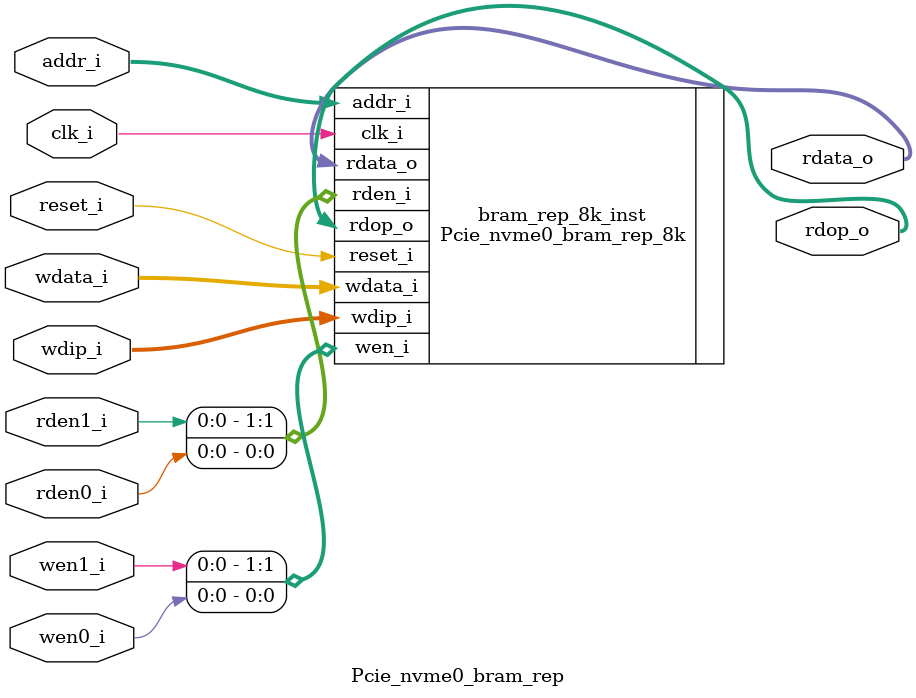
<source format=v>


`timescale 1ps/1ps

module Pcie_nvme0_bram_rep 
 #(
  parameter TCQ = 100
  ) (
  input  wire         clk_i,
  input  wire         reset_i,
  input  wire   [8:0] addr_i,
  input  wire [127:0] wdata_i,
  input  wire  [15:0] wdip_i,
  input  wire         wen0_i,
  input  wire         wen1_i,
  input  wire         rden0_i,
  input  wire         rden1_i,
  output wire [127:0] rdata_o,
  output wire  [15:0] rdop_o
  );

  Pcie_nvme0_bram_rep_8k 
 #(
    .TCQ (TCQ))
  bram_rep_8k_inst (
    .clk_i (clk_i),
    .reset_i (reset_i),
    .addr_i (addr_i[8:0]),
    .wdata_i (wdata_i[127:0]),
    .wdip_i (wdip_i[15:0]),
    .wen_i ({wen1_i, wen0_i}),
    .rden_i ({rden1_i,rden0_i}),
    .rdata_o (rdata_o[127:0]),
    .rdop_o (rdop_o[15:0])
  );

endmodule

</source>
